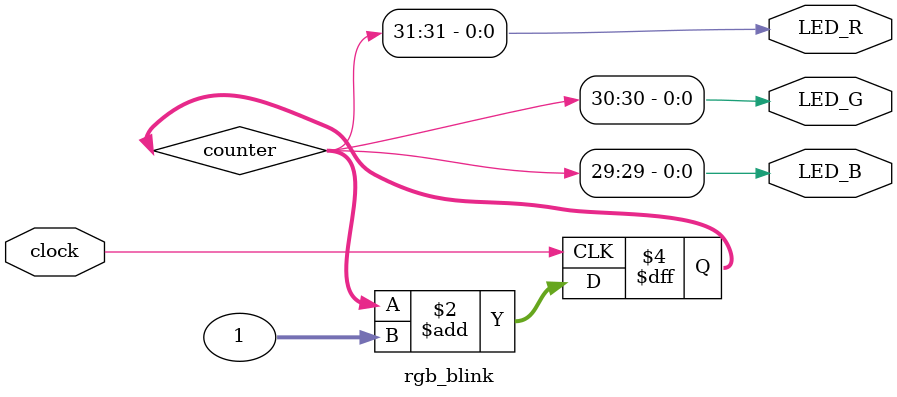
<source format=v>

module rgb_blink(
	input clock,
	output LED_R,LED_G,LED_B);

reg [31:0] counter=0;

always@(posedge clock)
   counter <= counter +1;

assign {LED_R,LED_G,LED_B}=counter[31:29];

endmodule

</source>
